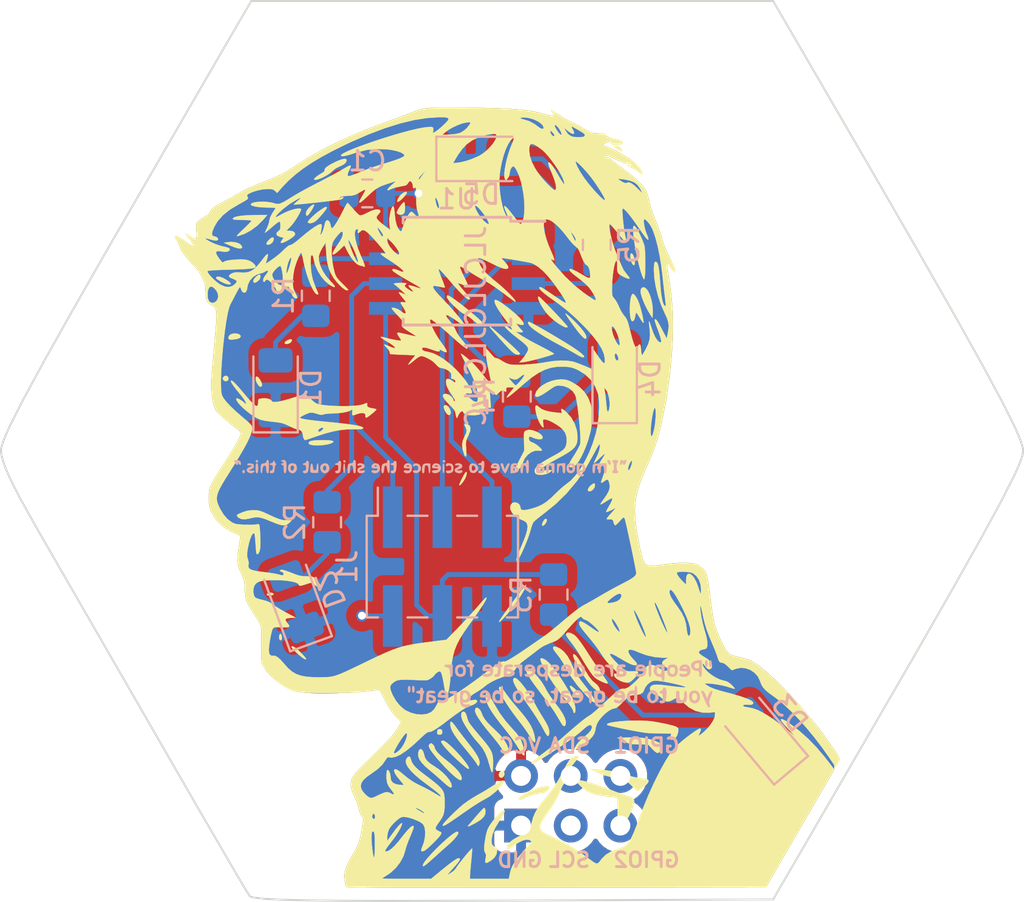
<source format=kicad_pcb>
(kicad_pcb (version 20171130) (host pcbnew "(5.1.5)-3")
  (layers (0 F.Cu signal hide) (31 B.Cu signal) (34 B.Paste user) (35 F.Paste user) (36 B.SilkS user) (37 F.SilkS user hide) (38 B.Mask user) (39 F.Mask user) (44 Edge.Cuts user))
  (net 0 "")
  (net 1 +3V3)
  (net 2 GND)
  (net 3 "Net-(D1-Pad2)")
  (net 4 "Net-(D3-Pad2)")
  (net 5 "Net-(D5-Pad2)")
  (net 6 MISO)
  (net 7 SCK)
  (net 8 MOSI)
  (net 9 RST)
  (net 10 PB3)
  (net 11 PB4)
  (net 12 "Net-(X1-Pad5)")
  (net 13 "Net-(X1-Pad6)")
  (net 14 "Net-(X1-Pad3)")
  (net 15 "Net-(X1-Pad4)")
  (net 16 "Net-(D2-Pad2)")
  (net 17 "Net-(D4-Pad2)")
  (module my-ki-cad-parts:Badgelife-SAOv169-SAO-2x3 (layer F.Cu) (at -0.4537 4.5393)
    (fp_text reference X1 hide)
    (fp_text value Badgelife_sao_connector_v169bis)
    (fp_text user VCC (at -2.54 -2.794 unlocked) (layer B.SilkS) (effects (font (size 0.75 0.75)) (justify mirror)))
    (fp_text user SDA (at 0 -2.794 unlocked) (layer B.SilkS) (effects (font (size 0.75 0.75)) (justify mirror)))
    (fp_text user GPIO1 (at 3.937 -2.794 unlocked) (layer B.SilkS) (effects (font (size 0.75 0.75)) (justify mirror)))
    (fp_text user GND (at -2.54 3.048 unlocked) (layer B.SilkS) (effects (font (size 0.75 0.75)) (justify mirror)))
    (fp_text user SCL (at 0 3.048) (layer B.SilkS) (effects (font (size 0.75 0.75)) (justify mirror)))
    (fp_text user GPIO2 (at 3.937 3.048) (layer B.SilkS) (effects (font (size 0.75 0.75)) (justify mirror)))
    (pad 5 thru_hole circle (at 2.6 -1.25 270) (size 1.7272 1.7272) (drill 1.016) (layers *.Cu *.Mask) (net 12 "Net-(X1-Pad5)"))
    (pad 6 thru_hole circle (at 2.6 1.29 270) (size 1.7272 1.7272) (drill 1.016) (layers *.Cu *.Mask) (net 13 "Net-(X1-Pad6)"))
    (pad 3 thru_hole oval (at 0.06 -1.25 270) (size 1.7272 1.7272) (drill 1.016) (layers *.Cu *.Mask) (net 14 "Net-(X1-Pad3)"))
    (pad 4 thru_hole oval (at 0.06 1.29 270) (size 1.7272 1.7272) (drill 1.016) (layers *.Cu *.Mask) (net 15 "Net-(X1-Pad4)"))
    (pad 1 thru_hole oval (at -2.48 -1.25 270) (size 1.7272 1.7272) (drill 1.016) (layers *.Cu *.Mask) (net 1 +3V3))
    (pad 2 thru_hole rect (at -2.48 1.29 270) (size 1.7272 1.7272) (drill 1.016) (layers *.Cu *.Mask) (net 2 GND))
  )
  (module LOGO (layer F.Cu) (at 0 0)
    (fp_text reference G*** hide)
    (fp_text value LOGO hide)
  )
  (module LOGO (layer F.Cu) (at 0 0)
    (fp_text reference G*** hide)
    (fp_text value LOGO hide)
  )
  (module LOGO (layer F.Cu) (at 0 0)
    (fp_text reference G*** hide)
    (fp_text value LOGO hide)
  )
  (module LOGO (layer F.Cu) (at 0 0)
    (fp_text reference G*** hide)
    (fp_text value LOGO hide)
  )
  (module LOGO (layer F.Cu) (at 0 0)
    (fp_text reference G*** hide)
    (fp_text value LOGO hide)
  )
  (module LOGO (layer F.Cu) (at 0 0)
    (fp_text reference G*** hide)
    (fp_text value LOGO hide)
  )
  (module Connector_PinHeader_2.54mm:PinHeader_2x03_P2.54mm_Vertical_SMD (layer B.Cu) (at -6.95984 -7.4168 270)
    (fp_text reference J1 (at 0 4.87 90) (layer B.SilkS) (effects (justify mirror)))
    (fp_text value ICSP)
    (pad 1 smd rect (at -2.525 2.54 270) (size 3.15 1) (layers B.Cu B.Paste B.Mask) (net 6 MISO))
    (pad 2 smd rect (at 2.525 2.54 270) (size 3.15 1) (layers B.Cu B.Paste B.Mask) (net 1 +3V3))
    (pad 3 smd rect (at -2.525 0 270) (size 3.15 1) (layers B.Cu B.Paste B.Mask) (net 7 SCK))
    (pad 4 smd rect (at 2.525 0 270) (size 3.15 1) (layers B.Cu B.Paste B.Mask) (net 8 MOSI))
    (pad 5 smd rect (at -2.525 -2.54 270) (size 3.15 1) (layers B.Cu B.Paste B.Mask) (net 9 RST))
    (pad 6 smd rect (at 2.525 -2.54 270) (size 3.15 1) (layers B.Cu B.Paste B.Mask) (net 2 GND))
  )
  (module Capacitor_SMD:C_0805_2012Metric (layer B.Cu) (at -10.797301 -26.504898 180)
    (fp_text reference C1 (at 0 1.65) (layer B.SilkS) (effects (justify mirror)))
    (fp_text value 100u)
    (pad 1 smd roundrect (at -0.9375 0 180) (size 0.975 1.4) (layers B.Cu B.Paste B.Mask) (net 1 +3V3))
    (pad 2 smd roundrect (at 0.9375 0 180) (size 0.975 1.4) (layers B.Cu B.Paste B.Mask) (net 2 GND))
  )
  (module LED_SMD:LED_1206_3216Metric (layer B.Cu) (at -15.48892 -16.56542 90)
    (fp_text reference D1 (at 0 1.82 90) (layer B.SilkS) (effects (justify mirror)))
    (fp_text value "LED RED")
    (pad 2 smd roundrect (at 1.4 0 90) (size 1.25 1.75) (layers B.Cu B.Paste B.Mask) (roundrect_rratio 0.2) (net 3 "Net-(D1-Pad2)"))
    (pad 1 smd roundrect (at -1.4 0 90) (size 1.25 1.75) (layers B.Cu B.Paste B.Mask) (roundrect_rratio 0.2) (net 2 GND))
  )
  (module LED_SMD:LED_1206_3216Metric (layer B.Cu) (at -14.456372 -5.61863 110)
    (fp_text reference D2 (at 0 1.82 110) (layer B.SilkS) (effects (justify mirror)))
    (fp_text value "LED Orange")
    (pad 1 smd roundrect (at -1.4 0 110) (size 1.25 1.75) (layers B.Cu B.Paste B.Mask) (roundrect_rratio 0.2) (net 2 GND))
    (pad 2 smd roundrect (at 1.4 0 110) (size 1.25 1.75) (layers B.Cu B.Paste B.Mask) (roundrect_rratio 0.2) (net 16 "Net-(D2-Pad2)"))
  )
  (module LED_SMD:LED_1206_3216Metric (layer B.Cu) (at 9.408903 1.250263 130)
    (fp_text reference D3 (at 0 1.82 130) (layer B.SilkS) (effects (justify mirror)))
    (fp_text value "LED Blue")
    (pad 1 smd roundrect (at -1.4 0 130) (size 1.25 1.75) (layers B.Cu B.Paste B.Mask) (roundrect_rratio 0.2) (net 2 GND))
    (pad 2 smd roundrect (at 1.4 0 130) (size 1.25 1.75) (layers B.Cu B.Paste B.Mask) (roundrect_rratio 0.2) (net 4 "Net-(D3-Pad2)"))
  )
  (module LED_SMD:LED_1206_3216Metric (layer B.Cu) (at 1.8542 -17.0404 90)
    (fp_text reference D4 (at 0 1.82 90) (layer B.SilkS) (effects (justify mirror)))
    (fp_text value "LED RED")
    (pad 2 smd roundrect (at 1.4 0 90) (size 1.25 1.75) (layers B.Cu B.Paste B.Mask) (roundrect_rratio 0.2) (net 17 "Net-(D4-Pad2)"))
    (pad 1 smd roundrect (at -1.4 0 90) (size 1.25 1.75) (layers B.Cu B.Paste B.Mask) (roundrect_rratio 0.2) (net 2 GND))
  )
  (module LED_SMD:LED_1206_3216Metric (layer B.Cu) (at -4.9814 -28.2702)
    (fp_text reference D5 (at 0 1.82) (layer B.SilkS) (effects (justify mirror)))
    (fp_text value "LED Yellow")
    (pad 1 smd roundrect (at -1.4 0) (size 1.25 1.75) (layers B.Cu B.Paste B.Mask) (roundrect_rratio 0.2) (net 2 GND))
    (pad 2 smd roundrect (at 1.4 0) (size 1.25 1.75) (layers B.Cu B.Paste B.Mask) (roundrect_rratio 0.2) (net 5 "Net-(D5-Pad2)"))
  )
  (module Resistor_SMD:R_0805_2012Metric_Pad1.15x1.40mm_HandSolder (layer B.Cu) (at -13.43406 -21.268796 270)
    (fp_text reference R1 (at 0 1.65 90) (layer B.SilkS) (effects (justify mirror)))
    (fp_text value R)
    (pad 1 smd roundrect (at -1.025 0 270) (size 1.15 1.4) (layers B.Cu B.Paste B.Mask) (roundrect_rratio 0.217391) (net 7 SCK))
    (pad 2 smd roundrect (at 1.025 0 270) (size 1.15 1.4) (layers B.Cu B.Paste B.Mask) (roundrect_rratio 0.217391) (net 3 "Net-(D1-Pad2)"))
  )
  (module Resistor_SMD:R_0805_2012Metric_Pad1.15x1.40mm_HandSolder (layer B.Cu) (at -12.8524 -9.6864 270)
    (fp_text reference R2 (at 0 1.65 90) (layer B.SilkS) (effects (justify mirror)))
    (fp_text value R)
    (pad 1 smd roundrect (at -1.025 0 270) (size 1.15 1.4) (layers B.Cu B.Paste B.Mask) (roundrect_rratio 0.217391) (net 6 MISO))
    (pad 2 smd roundrect (at 1.025 0 270) (size 1.15 1.4) (layers B.Cu B.Paste B.Mask) (roundrect_rratio 0.217391) (net 16 "Net-(D2-Pad2)"))
  )
  (module Resistor_SMD:R_0805_2012Metric_Pad1.15x1.40mm_HandSolder (layer B.Cu) (at -1.27 -5.985404 270)
    (fp_text reference R3 (at 0 1.65 90) (layer B.SilkS) (effects (justify mirror)))
    (fp_text value R)
    (pad 1 smd roundrect (at -1.025 0 270) (size 1.15 1.4) (layers B.Cu B.Paste B.Mask) (roundrect_rratio 0.217391) (net 8 MOSI))
    (pad 2 smd roundrect (at 1.025 0 270) (size 1.15 1.4) (layers B.Cu B.Paste B.Mask) (roundrect_rratio 0.217391) (net 4 "Net-(D3-Pad2)"))
  )
  (module Resistor_SMD:R_0805_2012Metric_Pad1.15x1.40mm_HandSolder (layer B.Cu) (at -3.1496 -16.112596 270)
    (fp_text reference R4 (at 0 1.65 90) (layer B.SilkS) (effects (justify mirror)))
    (fp_text value R)
    (pad 2 smd roundrect (at 1.025 0 270) (size 1.15 1.4) (layers B.Cu B.Paste B.Mask) (roundrect_rratio 0.217391) (net 17 "Net-(D4-Pad2)"))
    (pad 1 smd roundrect (at -1.025 0 270) (size 1.15 1.4) (layers B.Cu B.Paste B.Mask) (roundrect_rratio 0.217391) (net 10 PB3))
  )
  (module Resistor_SMD:R_0805_2012Metric_Pad1.15x1.40mm_HandSolder (layer B.Cu) (at 0.9398 -23.87484 90)
    (fp_text reference R5 (at 0 1.65 90) (layer B.SilkS) (effects (justify mirror)))
    (fp_text value R)
    (pad 2 smd roundrect (at 1.025 0 90) (size 1.15 1.4) (layers B.Cu B.Paste B.Mask) (roundrect_rratio 0.217391) (net 5 "Net-(D5-Pad2)"))
    (pad 1 smd roundrect (at -1.025 0 90) (size 1.15 1.4) (layers B.Cu B.Paste B.Mask) (roundrect_rratio 0.217391) (net 11 PB4))
  )
  (module Package_SO:SOIJ-8_5.3x5.3mm_P1.27mm (layer B.Cu) (at -6.21284 -22.5298 180)
    (fp_text reference U1 (at 0 3.68) (layer B.SilkS) (effects (justify mirror)))
    (fp_text value ATtiny85V-10PU)
    (pad 1 smd rect (at -3.65 1.905 180) (size 1.7 0.65) (layers B.Cu B.Paste B.Mask) (net 9 RST))
    (pad 2 smd rect (at -3.65 0.635 180) (size 1.7 0.65) (layers B.Cu B.Paste B.Mask) (net 10 PB3))
    (pad 3 smd rect (at -3.65 -0.635 180) (size 1.7 0.65) (layers B.Cu B.Paste B.Mask) (net 11 PB4))
    (pad 4 smd rect (at -3.65 -1.905 180) (size 1.7 0.65) (layers B.Cu B.Paste B.Mask) (net 2 GND))
    (pad 5 smd rect (at 3.65 -1.905 180) (size 1.7 0.65) (layers B.Cu B.Paste B.Mask) (net 8 MOSI))
    (pad 6 smd rect (at 3.65 -0.635 180) (size 1.7 0.65) (layers B.Cu B.Paste B.Mask) (net 6 MISO))
    (pad 7 smd rect (at 3.65 0.635 180) (size 1.7 0.65) (layers B.Cu B.Paste B.Mask) (net 7 SCK))
    (pad 8 smd rect (at 3.65 1.905 180) (size 1.7 0.65) (layers B.Cu B.Paste B.Mask) (net 1 +3V3))
  )
  (gr_text JLCJLCJLCJLC (at -5.24764 -19.71548 90) (layer B.SilkS) (effects (font (size 1 1)) (justify mirror)))
  (gr_line (start -16.812745 9.430547) (end -17.009265 9.121598) (layer Edge.Cuts) (width 0.1))
  (gr_line (start -17.009265 9.121598) (end -17.470984 8.345812) (layer Edge.Cuts) (width 0.1))
  (gr_line (start -17.470984 8.345812) (end -19.328114 5.155176) (layer Edge.Cuts) (width 0.1))
  (gr_line (start -19.328114 5.155176) (end -27.743823 -9.452234) (layer Edge.Cuts) (width 0.1))
  (gr_line (start -27.743823 -9.452234) (end -28.558845 -10.914621) (layer Edge.Cuts) (width 0.1))
  (gr_line (start -28.558845 -10.914621) (end -28.867968 -11.51029) (layer Edge.Cuts) (width 0.1))
  (gr_line (start -28.867968 -11.51029) (end -29.114999 -12.023254) (layer Edge.Cuts) (width 0.1))
  (gr_line (start -29.114999 -12.023254) (end -29.302564 -12.459246) (layer Edge.Cuts) (width 0.1))
  (gr_line (start -29.302564 -12.459246) (end -29.433288 -12.823998) (layer Edge.Cuts) (width 0.1))
  (gr_line (start -29.433288 -12.823998) (end -29.509798 -13.123242) (layer Edge.Cuts) (width 0.1))
  (gr_line (start -29.509798 -13.123242) (end -29.534718 -13.362712) (layer Edge.Cuts) (width 0.1))
  (gr_line (start -29.534718 -13.362712) (end -29.508708 -13.544219) (layer Edge.Cuts) (width 0.1))
  (gr_line (start -29.508708 -13.544219) (end -29.426348 -13.809744) (layer Edge.Cuts) (width 0.1))
  (gr_line (start -29.426348 -13.809744) (end -29.281125 -14.17107) (layer Edge.Cuts) (width 0.1))
  (gr_line (start -29.281125 -14.17107) (end -29.066523 -14.639982) (layer Edge.Cuts) (width 0.1))
  (gr_line (start -29.066523 -14.639982) (end -28.40313 -15.947693) (layer Edge.Cuts) (width 0.1))
  (gr_line (start -28.40313 -15.947693) (end -27.384061 -17.827144) (layer Edge.Cuts) (width 0.1))
  (gr_line (start -27.384061 -17.827144) (end -25.95721 -20.3726) (layer Edge.Cuts) (width 0.1))
  (gr_line (start -25.95721 -20.3726) (end -24.07047 -23.678328) (layer Edge.Cuts) (width 0.1))
  (gr_line (start -24.07047 -23.678328) (end -18.708897 -32.947665) (layer Edge.Cuts) (width 0.1))
  (gr_line (start -18.708897 -32.947665) (end -16.733804 -36.347146) (layer Edge.Cuts) (width 0.1))
  (gr_line (start -16.733804 -36.347146) (end -3.388058 -36.347146) (layer Edge.Cuts) (width 0.1))
  (gr_line (start -3.388058 -36.347146) (end 9.957688 -36.347146) (layer Edge.Cuts) (width 0.1))
  (gr_line (start 9.957688 -36.347146) (end 12.275615 -32.361548) (layer Edge.Cuts) (width 0.1))
  (gr_line (start 12.275615 -32.361548) (end 15.104895 -27.485994) (layer Edge.Cuts) (width 0.1))
  (gr_line (start 15.104895 -27.485994) (end 17.407934 -23.490912) (layer Edge.Cuts) (width 0.1))
  (gr_line (start 17.407934 -23.490912) (end 19.23066 -20.292867) (layer Edge.Cuts) (width 0.1))
  (gr_line (start 19.23066 -20.292867) (end 20.618997 -17.808426) (layer Edge.Cuts) (width 0.1))
  (gr_line (start 20.618997 -17.808426) (end 21.61887 -15.954155) (layer Edge.Cuts) (width 0.1))
  (gr_line (start 21.61887 -15.954155) (end 22.276205 -14.646623) (layer Edge.Cuts) (width 0.1))
  (gr_line (start 22.276205 -14.646623) (end 22.490773 -14.17181) (layer Edge.Cuts) (width 0.1))
  (gr_line (start 22.490773 -14.17181) (end 22.636928 -13.802393) (layer Edge.Cuts) (width 0.1))
  (gr_line (start 22.636928 -13.802393) (end 22.720408 -13.527945) (layer Edge.Cuts) (width 0.1))
  (gr_line (start 22.720408 -13.527945) (end 22.746958 -13.338034) (layer Edge.Cuts) (width 0.1))
  (gr_line (start 22.746958 -13.338034) (end 22.722518 -13.155839) (layer Edge.Cuts) (width 0.1))
  (gr_line (start 22.722518 -13.155839) (end 22.643968 -12.894426) (layer Edge.Cuts) (width 0.1))
  (gr_line (start 22.643968 -12.894426) (end 22.503434 -12.539612) (layer Edge.Cuts) (width 0.1))
  (gr_line (start 22.503434 -12.539612) (end 22.293061 -12.077215) (layer Edge.Cuts) (width 0.1))
  (gr_line (start 22.293061 -12.077215) (end 21.63135 -10.772942) (layer Edge.Cuts) (width 0.1))
  (gr_line (start 21.63135 -10.772942) (end 20.595942 -8.868144) (layer Edge.Cuts) (width 0.1))
  (gr_line (start 20.595942 -8.868144) (end 19.123947 -6.249358) (layer Edge.Cuts) (width 0.1))
  (gr_line (start 19.123947 -6.249358) (end 17.152473 -2.803123) (layer Edge.Cuts) (width 0.1))
  (gr_line (start 17.152473 -2.803123) (end 11.459525 7.025542) (layer Edge.Cuts) (width 0.1))
  (gr_line (start 11.459525 7.025542) (end 9.959918 9.604453) (layer Edge.Cuts) (width 0.1))
  (gr_line (start 9.959918 9.604453) (end -3.3098 9.664973) (layer Edge.Cuts) (width 0.1))
  (gr_line (start -3.3098 9.664973) (end -9.798322 9.681043) (layer Edge.Cuts) (width 0.1))
  (gr_line (start -9.798322 9.681043) (end -12.121845 9.672843) (layer Edge.Cuts) (width 0.1))
  (gr_line (start -12.121845 9.672843) (end -13.907565 9.652533) (layer Edge.Cuts) (width 0.1))
  (gr_line (start -13.907565 9.652533) (end -15.212498 9.619123) (layer Edge.Cuts) (width 0.1))
  (gr_line (start -15.212498 9.619123) (end -16.093661 9.571633) (layer Edge.Cuts) (width 0.1))
  (gr_line (start -16.093661 9.571633) (end -16.60807 9.509093) (layer Edge.Cuts) (width 0.1))
  (gr_line (start -16.60807 9.509093) (end -16.745559 9.471873) (layer Edge.Cuts) (width 0.1))
  (gr_line (start -16.745559 9.471873) (end -16.812739 9.430523) (layer Edge.Cuts) (width 0.1))
  (gr_line (start -16.812739 9.430523) (end -16.812739 9.430541) (layer Edge.Cuts) (width 0.1))
  (gr_line (start -16.812739 9.430541) (end -16.812745 9.430547) (layer Edge.Cuts) (width 0.1))
  (segment (start -11.05638 -4.8918) (end -11.07186 -4.90728) (width 0.25) (layer B.Cu) (net 1))
  (segment (start -9.49984 -4.8918) (end -11.05638 -4.8918) (width 0.25) (layer B.Cu) (net 1))
  (via (at -11.07186 -4.90728) (size 0.6) (drill 0.4) (layers F.Cu B.Cu) (net 1))
  (segment (start -9.82084 -26.465937) (end -9.859801 -26.504898) (width 0.25) (layer B.Cu) (net 1))
  (via (at -8.1788 -26.5049) (size 0.6) (drill 0.4) (layers F.Cu B.Cu) (net 1))
  (segment (start -9.859801 -26.504898) (end -8.178802 -26.504898) (width 0.25) (layer B.Cu) (net 1))
  (segment (start -8.178802 -26.504898) (end -8.1788 -26.5049) (width 0.25) (layer B.Cu) (net 1))
  (segment (start -9.859801 -24.437839) (end -9.86284 -24.4348) (width 0.25) (layer B.Cu) (net 1))
  (segment (start -9.859801 -26.504898) (end -9.859801 -24.437839) (width 0.25) (layer B.Cu) (net 1))
  (segment (start -15.48892 -18.59042) (end -15.48892 -17.96542) (width 0.25) (layer B.Cu) (net 3))
  (segment (start -15.48892 -18.888936) (end -15.48892 -18.59042) (width 0.25) (layer B.Cu) (net 3))
  (segment (start -14.13406 -20.243796) (end -15.48892 -18.888936) (width 0.25) (layer B.Cu) (net 3))
  (segment (start -13.43406 -20.243796) (end -14.13406 -20.243796) (width 0.25) (layer B.Cu) (net 3))
  (segment (start -1.27 -4.385404) (end -1.27 -4.960404) (width 0.25) (layer B.Cu) (net 4))
  (segment (start 3.293205 0.177801) (end -1.27 -4.385404) (width 0.25) (layer B.Cu) (net 4))
  (segment (start 8.509 0.177801) (end 3.293205 0.177801) (width 0.25) (layer B.Cu) (net 4))
  (segment (start 0.9398 -25.47484) (end -1.85556 -28.2702) (width 0.25) (layer B.Cu) (net 5))
  (segment (start -2.9564 -28.2702) (end -3.5814 -28.2702) (width 0.25) (layer B.Cu) (net 5))
  (segment (start -1.85556 -28.2702) (end -2.9564 -28.2702) (width 0.25) (layer B.Cu) (net 5))
  (segment (start 0.9398 -24.89984) (end 0.9398 -25.47484) (width 0.25) (layer B.Cu) (net 5))
  (segment (start -11.59764 -14.8082) (end -9.49984 -12.7104) (width 0.25) (layer B.Cu) (net 6))
  (segment (start -9.49984 -12.7104) (end -9.49984 -9.9418) (width 0.25) (layer B.Cu) (net 6))
  (segment (start -11.59764 -12.54116) (end -11.59764 -14.8082) (width 0.25) (layer B.Cu) (net 6))
  (segment (start -12.8524 -11.2864) (end -11.59764 -12.54116) (width 0.25) (layer B.Cu) (net 6))
  (segment (start -12.8524 -10.7114) (end -12.8524 -11.2864) (width 0.25) (layer B.Cu) (net 6))
  (segment (start -10.96284 -21.8948) (end -9.86284 -21.8948) (width 0.25) (layer B.Cu) (net 6))
  (segment (start -11.59764 -21.26) (end -10.96284 -21.8948) (width 0.25) (layer B.Cu) (net 6))
  (segment (start -11.59764 -14.8082) (end -11.59764 -21.26) (width 0.25) (layer B.Cu) (net 6))
  (segment (start -13.431736 -22.29612) (end -13.43406 -22.293796) (width 0.25) (layer B.Cu) (net 7))
  (segment (start -13.43406 -22.868796) (end -13.43406 -22.293796) (width 0.25) (layer B.Cu) (net 7))
  (segment (start -13.138056 -23.1648) (end -13.43406 -22.868796) (width 0.25) (layer B.Cu) (net 7))
  (segment (start -9.86284 -23.1648) (end -13.138056 -23.1648) (width 0.25) (layer B.Cu) (net 7))
  (segment (start -6.95984 -11.7668) (end -6.95984 -9.9418) (width 0.25) (layer B.Cu) (net 7))
  (segment (start -6.95984 -21.3618) (end -6.95984 -11.7668) (width 0.25) (layer B.Cu) (net 7))
  (segment (start -8.76284 -23.1648) (end -6.95984 -21.3618) (width 0.25) (layer B.Cu) (net 7))
  (segment (start -9.86284 -23.1648) (end -8.76284 -23.1648) (width 0.25) (layer B.Cu) (net 7))
  (segment (start -8.27532 -12.446) (end -8.27532 -5.45728) (width 0.25) (layer B.Cu) (net 8))
  (segment (start -8.27532 -5.45728) (end -7.70984 -4.8918) (width 0.25) (layer B.Cu) (net 8))
  (segment (start -7.70984 -4.8918) (end -6.95984 -4.8918) (width 0.25) (layer B.Cu) (net 8))
  (segment (start -1.97 -7.010404) (end -1.27 -7.010404) (width 0.25) (layer B.Cu) (net 8))
  (segment (start -6.666236 -7.010404) (end -1.97 -7.010404) (width 0.25) (layer B.Cu) (net 8))
  (segment (start -6.95984 -6.7168) (end -6.666236 -7.010404) (width 0.25) (layer B.Cu) (net 8))
  (segment (start -6.95984 -4.8918) (end -6.95984 -6.7168) (width 0.25) (layer B.Cu) (net 8))
  (segment (start -9.86284 -14.03352) (end -9.86284 -20.6248) (width 0.25) (layer B.Cu) (net 8))
  (segment (start -8.27532 -12.446) (end -9.86284 -14.03352) (width 0.25) (layer B.Cu) (net 8))
  (segment (start -4.41984 -11.7668) (end -6.50983 -13.85679) (width 0.25) (layer B.Cu) (net 9))
  (segment (start -4.41984 -9.9418) (end -4.41984 -11.7668) (width 0.25) (layer B.Cu) (net 9))
  (segment (start -3.66284 -24.4348) (end -2.56284 -24.4348) (width 0.25) (layer B.Cu) (net 9))
  (segment (start -6.50983 -21.58781) (end -3.66284 -24.4348) (width 0.25) (layer B.Cu) (net 9))
  (segment (start -6.50983 -13.85679) (end -6.50983 -21.58781) (width 0.25) (layer B.Cu) (net 9))
  (segment (start -3.66284 -23.1648) (end -2.56284 -23.1648) (width 0.25) (layer B.Cu) (net 10))
  (segment (start -6.015841 -20.811799) (end -3.66284 -23.1648) (width 0.25) (layer B.Cu) (net 10))
  (segment (start -6.015841 -19.146119) (end -6.015841 -20.811799) (width 0.25) (layer B.Cu) (net 10))
  (segment (start -4.007318 -17.137596) (end -6.015841 -19.146119) (width 0.25) (layer B.Cu) (net 10))
  (segment (start -3.1496 -17.137596) (end -4.007318 -17.137596) (width 0.25) (layer B.Cu) (net 10))
  (segment (start 0.9398 -22.27484) (end 0.9398 -22.84984) (width 0.25) (layer B.Cu) (net 11))
  (segment (start 0.55976 -21.8948) (end 0.9398 -22.27484) (width 0.25) (layer B.Cu) (net 11))
  (segment (start -2.56284 -21.8948) (end 0.55976 -21.8948) (width 0.25) (layer B.Cu) (net 11))
  (segment (start -14.0046 -6.9342) (end -14.9352 -6.9342) (width 0.25) (layer B.Cu) (net 16))
  (segment (start -12.8524 -8.0864) (end -14.0046 -6.9342) (width 0.25) (layer B.Cu) (net 16))
  (segment (start -12.8524 -8.6614) (end -12.8524 -8.0864) (width 0.25) (layer B.Cu) (net 16))
  (segment (start -0.873604 -15.087596) (end 1.8542 -17.8154) (width 0.25) (layer B.Cu) (net 17))
  (segment (start 1.8542 -17.8154) (end 1.8542 -18.4404) (width 0.25) (layer B.Cu) (net 17))
  (segment (start -3.1496 -15.087596) (end -0.873604 -15.087596) (width 0.25) (layer B.Cu) (net 17))
  (zone (net 2) (net_name GND) (layer B.Cu) (connect_pads (clearance 0.508)) (min_thickness 0.254) (fill yes (arc_segments 32) (thermal_gap 0.508) (thermal_bridge_width 0.508))
    (polygon (pts (xy -6.228488 -30.897071) (xy -5.741005 -30.89171) (xy -5.609166 -30.889997) (xy -4.971768 -30.879771) (xy -4.411734 -30.866717) (xy -3.921788 -30.850243) (xy -3.494659 -30.829758) (xy -3.123071 -30.804671) (xy -2.799751 -30.774391) (xy -2.517425 -30.738327) (xy -2.268819 -30.695888) (xy -2.04666 -30.646483) (xy -1.843673 -30.589522) (xy -1.820333 -30.582175) (xy -1.607434 -30.521692) (xy -1.437451 -30.488023) (xy -1.32164 -30.482558) (xy -1.271253 -30.506685) (xy -1.27 -30.514242) (xy -1.293111 -30.571391) (xy -1.332153 -30.630659) (xy -1.388531 -30.724071) (xy -1.384503 -30.771741) (xy -1.36525 -30.776257) (xy -1.319872 -30.752335) (xy -1.22339 -30.687999) (xy -1.091936 -30.594289) (xy -0.999048 -30.525608) (xy -0.822954 -30.403573) (xy -0.638914 -30.292118) (xy -0.477398 -30.209181) (xy -0.425084 -30.187703) (xy -0.278726 -30.124966) (xy -0.093243 -30.032313) (xy 0.099518 -29.925994) (xy 0.171798 -29.883116) (xy 0.376878 -29.760136) (xy 0.530742 -29.675188) (xy 0.653785 -29.621134) (xy 0.766401 -29.590834) (xy 0.888983 -29.577148) (xy 1.041927 -29.572939) (xy 1.058334 -29.572776) (xy 1.234322 -29.566338) (xy 1.334192 -29.55008) (xy 1.366075 -29.522557) (xy 1.365671 -29.51818) (xy 1.378428 -29.469226) (xy 1.443992 -29.423011) (xy 1.572622 -29.374561) (xy 1.774579 -29.318904) (xy 1.77899 -29.317795) (xy 2.0092 -29.255687) (xy 2.164515 -29.202743) (xy 2.253722 -29.155249) (xy 2.285607 -29.109494) (xy 2.286 -29.10356) (xy 2.261139 -29.050055) (xy 2.179636 -29.016749) (xy 2.031106 -29.000781) (xy 1.904036 -28.998333) (xy 1.736645 -29.007711) (xy 1.644087 -29.034656) (xy 1.629476 -29.077387) (xy 1.68186 -29.125549) (xy 1.719897 -29.155703) (xy 1.690088 -29.160731) (xy 1.623754 -29.151277) (xy 1.48808 -29.117955) (xy 1.348669 -29.06875) (xy 1.348587 -29.068716) (xy 1.2065 -29.00818) (xy 1.418167 -28.915057) (xy 1.915742 -28.683217) (xy 2.332333 -28.460666) (xy 2.670863 -28.245392) (xy 2.934258 -28.035385) (xy 3.125442 -27.828635) (xy 3.223375 -27.674157) (xy 3.281324 -27.54303) (xy 3.287135 -27.477586) (xy 3.23993 -27.477397) (xy 3.138828 -27.542034) (xy 3.067877 -27.598456) (xy 2.929252 -27.699296) (xy 2.788134 -27.780069) (xy 2.700538 -27.815144) (xy 2.57477 -27.862477) (xy 2.507015 -27.916218) (xy 2.50985 -27.966262) (xy 2.510969 -27.967413) (xy 2.560236 -27.96689) (xy 2.621041 -27.94194) (xy 2.690797 -27.918828) (xy 2.709334 -27.936012) (xy 2.680942 -27.991624) (xy 2.588622 -28.026549) (xy 2.451952 -28.0433) (xy 2.333365 -28.069051) (xy 2.165125 -28.128215) (xy 1.970978 -28.212003) (xy 1.888841 -28.251714) (xy 1.696099 -28.346895) (xy 1.56384 -28.407059) (xy 1.477203 -28.435809) (xy 1.421329 -28.436753) (xy 1.381355 -28.413494) (xy 1.352458 -28.381838) (xy 1.323605 -28.337435) (xy 1.355438 -28.331731) (xy 1.411066 -28.344167) (xy 1.49609 -28.350006) (xy 1.581168 -28.312429) (xy 1.683042 -28.229751) (xy 1.775568 -28.152702) (xy 1.919627 -28.040327) (xy 2.097556 -27.90609) (xy 2.291691 -27.763456) (xy 2.3495 -27.721724) (xy 2.688265 -27.463924) (xy 2.980367 -27.212425) (xy 3.217536 -26.975254) (xy 3.391502 -26.760444) (xy 3.466499 -26.637143) (xy 3.519647 -26.50422) (xy 3.572487 -26.325121) (xy 3.61393 -26.137647) (xy 3.615283 -26.129997) (xy 3.65971 -25.942797) (xy 3.736149 -25.696315) (xy 3.839062 -25.40715) (xy 3.956652 -25.107174) (xy 4.05517 -24.858159) (xy 4.14605 -24.613737) (xy 4.22232 -24.393772) (xy 4.277005 -24.21813) (xy 4.298438 -24.133507) (xy 4.351015 -23.952671) (xy 4.443882 -23.714406) (xy 4.571426 -23.432426) (xy 4.655081 -23.262166) (xy 4.759146 -23.050798) (xy 4.848796 -22.859153) (xy 4.917039 -22.702933) (xy 4.956883 -22.597839) (xy 4.964084 -22.568333) (xy 4.958915 -22.475899) (xy 4.920458 -22.456706) (xy 4.853128 -22.508187) (xy 4.761344 -22.627773) (xy 4.702948 -22.720128) (xy 4.627162 -22.84239) (xy 4.574269 -22.913561) (xy 4.54312 -22.92832) (xy 4.532562 -22.881342) (xy 4.541444 -22.767307) (xy 4.568615 -22.580891) (xy 4.612922 -22.316772) (xy 4.614146 -22.309666) (xy 4.714042 -21.653862) (xy 4.784523 -21.007344) (xy 4.825756 -20.355963) (xy 4.837905 -19.685569) (xy 4.821136 -18.982013) (xy 4.775616 -18.231145) (xy 4.701508 -17.418817) (xy 4.674298 -17.166166) (xy 4.506731 -15.9872) (xy 4.26333 -14.789635) (xy 4.212713 -14.576988) (xy 4.130106 -14.248301) (xy 4.050373 -13.959405) (xy 3.966692 -13.690964) (xy 3.872239 -13.423639) (xy 3.760194 -13.138092) (xy 3.623734 -12.814985) (xy 3.460966 -12.446) (xy 3.266259 -11.989117) (xy 3.113819 -11.575983) (xy 3.002138 -11.191075) (xy 2.929708 -10.818867) (xy 2.895024 -10.443833) (xy 2.896577 -10.05045) (xy 2.932861 -9.623191) (xy 3.002368 -9.146533) (xy 3.093139 -8.657166) (xy 3.161217 -8.326292) (xy 3.220082 -8.068615) (xy 3.273167 -7.873615) (xy 3.323905 -7.730775) (xy 3.37573 -7.629574) (xy 3.432075 -7.559492) (xy 3.4591 -7.53587) (xy 3.526985 -7.492767) (xy 3.609033 -7.465956) (xy 3.718303 -7.455424) (xy 3.867857 -7.461158) (xy 4.070755 -7.483144) (xy 4.340057 -7.521368) (xy 4.428526 -7.534885) (xy 4.818231 -7.584671) (xy 5.185815 -7.611717) (xy 5.516238 -7.615804) (xy 5.794463 -7.596713) (xy 5.994221 -7.55766) (xy 6.208361 -7.455177) (xy 6.396253 -7.293631) (xy 6.514248 -7.125376) (xy 6.563158 -6.991678) (xy 6.613514 -6.77802) (xy 6.665527 -6.483215) (xy 6.719408 -6.10608) (xy 6.772264 -5.672666) (xy 6.808101 -5.388667) (xy 6.850357 -5.100711) (xy 6.895137 -4.832554) (xy 6.938548 -4.607953) (xy 6.966565 -4.487333) (xy 7.034546 -4.264118) (xy 7.125759 -4.018115) (xy 7.232548 -3.765179) (xy 7.347261 -3.521161) (xy 7.462242 -3.301914) (xy 7.569839 -3.123291) (xy 7.662395 -3.001143) (xy 7.70122 -2.965788) (xy 7.799023 -2.9167) (xy 7.953374 -2.861757) (xy 8.137476 -2.809991) (xy 8.221214 -2.790502) (xy 8.419391 -2.742273) (xy 8.609009 -2.687088) (xy 8.758725 -2.634369) (xy 8.798862 -2.616834) (xy 9.036425 -2.479973) (xy 9.315723 -2.279662) (xy 9.63046 -2.022174) (xy 9.974337 -1.713781) (xy 10.341055 -1.360756) (xy 10.724317 -0.969372) (xy 11.117824 -0.5459) (xy 11.515278 -0.096614) (xy 11.910382 0.372215) (xy 12.296836 0.854314) (xy 12.340318 0.910167) (xy 12.469127 1.079388) (xy 12.613787 1.274787) (xy 12.76605 1.484608) (xy 12.917667 1.697091) (xy 13.060388 1.900478) (xy 13.185964 2.083013) (xy 13.286145 2.232936) (xy 13.352681 2.338491) (xy 13.377325 2.387918) (xy 13.377334 2.388235) (xy 13.340073 2.404613) (xy 13.248468 2.412789) (xy 13.229167 2.413) (xy 13.081 2.413) (xy 13.079741 2.69875) (xy 13.078483 2.9845) (xy 11.333133 5.990167) (xy 9.587784 8.995834) (xy -1.134072 9.006499) (xy -2.298734 9.007585) (xy -3.381367 9.008433) (xy -4.384607 9.009035) (xy -5.311092 9.00938) (xy -6.163459 9.009456) (xy -6.944344 9.009255) (xy -7.656385 9.008764) (xy -8.302219 9.007975) (xy -8.884482 9.006877) (xy -9.405812 9.005458) (xy -9.868845 9.00371) (xy -10.276219 9.001621) (xy -10.63057 8.999181) (xy -10.934536 8.99638) (xy -11.190754 8.993207) (xy -11.40186 8.989651) (xy -11.570492 8.985704) (xy -11.699286 8.981353) (xy -11.79088 8.976589) (xy -11.84791 8.971402) (xy -11.873014 8.96578) (xy -11.874668 8.964166) (xy -11.911794 8.830977) (xy -11.946734 8.661014) (xy -11.971714 8.496427) (xy -11.979298 8.397043) (xy -11.952467 8.190187) (xy -11.873534 7.9388) (xy -11.749014 7.659442) (xy -11.585423 7.368673) (xy -11.557 7.323667) (xy -11.41256 7.08433) (xy -11.301998 6.862613) (xy -11.217015 6.634972) (xy -11.149312 6.377861) (xy -11.090592 6.067738) (xy -11.071014 5.944841) (xy -10.998916 5.476181) (xy -11.102429 5.323647) (xy -11.175093 5.180328) (xy -11.225857 5.015615) (xy -11.232467 4.97759) (xy -11.261431 4.85826) (xy -11.318768 4.688425) (xy -11.395343 4.493486) (xy -11.458132 4.34995) (xy -11.565351 4.098003) (xy -11.63173 3.884515) (xy -11.65347 3.696554) (xy -11.626772 3.521187) (xy -11.547839 3.345483) (xy -11.412872 3.156508) (xy -11.218072 2.941329) (xy -10.973648 2.700395) (xy -10.600431 2.34122) (xy -10.284753 2.032191) (xy -10.020884 1.767188) (xy -9.803097 1.54009) (xy -9.625663 1.344777) (xy -9.482855 1.17513) (xy -9.368943 1.025029) (xy -9.279255 0.890067) (xy -9.06255 0.537933) (xy -9.355299 0.22446) (xy -9.503119 0.0561) (xy -9.629166 -0.113826) (xy -9.749448 -0.309547) (xy -9.87997 -0.555294) (xy -9.910066 -0.615297) (xy -10.016905 -0.826697) (xy -10.095589 -0.972267) (xy -10.153711 -1.062927) (xy -10.198862 -1.109596) (xy -10.238635 -1.123195) (xy -10.261291 -1.120458) (xy -10.542096 -1.067073) (xy -10.895271 -1.023067) (xy -11.32383 -0.988193) (xy -11.830787 -0.962202) (xy -12.3825 -0.945626) (xy -12.891407 -0.937858) (xy -13.324451 -0.938876) (xy -13.690039 -0.949258) (xy -13.996576 -0.969582) (xy -14.252467 -1.000426) (xy -14.466119 -1.042368) (xy -14.645937 -1.095987) (xy -14.663771 -1.102533) (xy -14.94832 -1.235813) (xy -15.241161 -1.420109) (xy -15.52435 -1.64013) (xy -15.779945 -1.880583) (xy -15.99 -2.126176) (xy -16.13331 -2.354926) (xy -16.169089 -2.431402) (xy -16.195036 -2.503411) (xy -16.212466 -2.585506) (xy -16.222695 -2.69224) (xy -16.227038 -2.838166) (xy -16.226811 -3.037838) (xy -16.223329 -3.305808) (xy -16.222739 -3.344333) (xy -16.220203 -3.607275) (xy -16.220633 -3.853486) (xy -16.223785 -4.065408) (xy -16.229415 -4.225484) (xy -16.236121 -4.308788) (xy -16.266871 -4.421155) (xy -16.335074 -4.568021) (xy -16.446227 -4.759803) (xy -16.599708 -4.997738) (xy -16.764508 -5.25072) (xy -16.885146 -5.453371) (xy -16.9683 -5.623062) (xy -17.020648 -5.777164) (xy -17.048868 -5.93305) (xy -17.059637 -6.10809) (xy -17.060569 -6.196572) (xy -17.068742 -6.444562) (xy -17.098165 -6.652561) (xy -17.156767 -6.853264) (xy -17.252478 -7.079365) (xy -17.297391 -7.172959) (xy -17.358592 -7.307019) (xy -17.40331 -7.433837) (xy -17.431529 -7.56554) (xy -17.443234 -7.714257) (xy -17.438409 -7.892115) (xy -17.417038 -8.11124) (xy -17.379105 -8.383762) (xy -17.324595 -8.721807) (xy -17.295144 -8.895656) (xy -17.291609 -8.959762) (xy -17.319135 -9.00539) (xy -17.39473 -9.047659) (xy -17.521058 -9.096466) (xy -17.902372 -9.275842) (xy -18.240339 -9.516153) (xy -18.523504 -9.807312) (xy -18.740414 -10.139228) (xy -18.767868 -10.19473) (xy -18.829103 -10.330638) (xy -18.868217 -10.444003) (xy -18.890111 -10.561423) (xy -18.899682 -10.709497) (xy -18.901832 -10.914824) (xy -18.901833 -10.922) (xy -18.899803 -11.129634) (xy -18.890507 -11.278985) (xy -18.86914 -11.3964) (xy -18.830895 -11.508226) (xy -18.770967 -11.64081) (xy -18.770559 -11.641666) (xy -18.706685 -11.761797) (xy -18.605022 -11.936523) (xy -18.475094 -12.150227) (xy -18.326426 -12.387294) (xy -18.168543 -12.632105) (xy -18.139663 -12.676118) (xy -17.863304 -13.103334) (xy -17.639874 -13.464575) (xy -17.469334 -13.759914) (xy -17.35164 -13.989425) (xy -17.286752 -14.153183) (xy -17.272707 -14.230402) (xy -17.299167 -14.329693) (xy -17.390979 -14.412457) (xy -17.409586 -14.423814) (xy -17.507774 -14.491154) (xy -17.651193 -14.601165) (xy -17.822568 -14.739412) (xy -18.004623 -14.891459) (xy -18.180083 -15.042871) (xy -18.331671 -15.17921) (xy -18.442113 -15.286042) (xy -18.444949 -15.288994) (xy -18.550525 -15.42402) (xy -18.631332 -15.589339) (xy -18.692228 -15.80001) (xy -18.738073 -16.071092) (xy -18.760021 -16.265384) (xy -18.771039 -16.382504) (xy -18.779224 -16.490371) (xy -18.784099 -16.598012) (xy -18.785186 -16.714452) (xy -18.782007 -16.848718) (xy -18.774085 -17.009836) (xy -18.760941 -17.206831) (xy -18.742097 -17.44873) (xy -18.717077 -17.74456) (xy -18.685401 -18.103345) (xy -18.646593 -18.534113) (xy -18.630531 -18.711333) (xy -18.589951 -19.161148) (xy -18.557533 -19.534532) (xy -18.533755 -19.839371) (xy -18.519093 -20.083549) (xy -18.514025 -20.274954) (xy -18.519029 -20.42147) (xy -18.53458 -20.530984) (xy -18.561156 -20.611381) (xy -18.599235 -20.670547) (xy -18.649293 -20.716368) (xy -18.711808 -20.75673) (xy -18.755803 -20.781781) (xy -18.879275 -20.860803) (xy -18.964997 -20.94683) (xy -19.020884 -21.057762) (xy -19.054849 -21.211497) (xy -19.074806 -21.425933) (xy -19.079736 -21.514461) (xy -19.09319 -21.725218) (xy -19.111474 -21.872915) (xy -19.139127 -21.979157) (xy -19.180689 -22.06555) (xy -19.20282 -22.100275) (xy -19.26598 -22.206789) (xy -19.3013 -22.290813) (xy -19.304 -22.307946) (xy -19.33556 -22.392196) (xy -19.428041 -22.527336) (xy -19.57815 -22.709079) (xy -19.782588 -22.933137) (xy -19.793506 -22.944666) (xy -20.035844 -23.212093) (xy -20.212875 -23.435322) (xy -20.328173 -23.619385) (xy -20.385312 -23.769317) (xy -20.387799 -23.781717) (xy -20.435851 -23.917905) (xy -20.517857 -24.054119) (xy -20.537703 -24.078556) (xy -20.612629 -24.178109) (xy -20.655075 -24.260527) (xy -20.658666 -24.27964) (xy -20.635779 -24.332567) (xy -20.564818 -24.33123) (xy -20.442333 -24.274227) (xy -20.264874 -24.160154) (xy -20.134328 -24.0665) (xy -19.923423 -23.917164) (xy -19.774126 -23.825269) (xy -19.686626 -23.79072) (xy -19.661114 -23.813419) (xy -19.697781 -23.893272) (xy -19.796817 -24.030183) (xy -19.916867 -24.175797) (xy -20.042221 -24.330262) (xy -20.105753 -24.42731) (xy -20.107562 -24.466741) (xy -20.047743 -24.448356) (xy -19.926393 -24.371954) (xy -19.848595 -24.316288) (xy -19.709148 -24.221833) (xy -19.614572 -24.183426) (xy -19.558154 -24.207079) (xy -19.533182 -24.298805) (xy -19.532945 -24.464614) (xy -19.541089 -24.591726) (xy -19.553748 -24.772011) (xy -19.55598 -24.889076) (xy -19.543754 -24.964126) (xy -19.513042 -25.018366) (xy -19.459812 -25.073) (xy -19.447414 -25.084619) (xy -19.341867 -25.169279) (xy -19.198306 -25.26725) (xy -19.092333 -25.331495) (xy -18.931385 -25.439279) (xy -18.853434 -25.532307) (xy -18.846162 -25.557547) (xy -18.80215 -25.655179) (xy -18.69341 -25.763261) (xy -18.514796 -25.885751) (xy -18.261163 -26.026609) (xy -18.188302 -26.063716) (xy -17.980187 -26.171639) (xy -17.758722 -26.291928) (xy -17.562156 -26.403657) (xy -17.50719 -26.436341) (xy -17.318403 -26.548135) (xy -17.144781 -26.644593) (xy -16.969419 -26.73367) (xy -16.775418 -26.823319) (xy -16.545874 -26.921495) (xy -16.263886 -27.036149) (xy -16.062808 -27.116035) (xy -15.752056 -27.239748) (xy -15.504552 -27.341486) (xy -15.304362 -27.429258) (xy -15.135554 -27.511072) (xy -14.982195 -27.594937) (xy -14.828351 -27.688861) (xy -14.65809 -27.800852) (xy -14.537703 -27.882593) (xy -13.889088 -28.297044) (xy -13.164906 -28.706735) (xy -12.374257 -29.107281) (xy -11.526237 -29.494301) (xy -10.629948 -29.863412) (xy -9.735221 -30.195897) (xy -9.446827 -30.298811) (xy -9.161377 -30.402816) (xy -8.896803 -30.501222) (xy -8.671036 -30.587337) (xy -8.502005 -30.654469) (xy -8.465221 -30.66983) (xy -8.327823 -30.725521) (xy -8.194287 -30.77211) (xy -8.055975 -30.810264) (xy -7.90425 -30.840648) (xy -7.730473 -30.863927) (xy -7.526007 -30.880769) (xy -7.282213 -30.891838) (xy -6.990454 -30.897801) (xy -6.642092 -30.899323)))
  )
  (zone (net 1) (net_name +3V3) (layer F.Cu) (connect_pads (clearance 0.508)) (min_thickness 0.254) (fill yes (arc_segments 32) (thermal_gap 0.508) (thermal_bridge_width 0.508))
    (polygon (pts (xy -6.228488 -30.897071) (xy -5.741005 -30.89171) (xy -5.609166 -30.889997) (xy -4.971768 -30.879771) (xy -4.411734 -30.866717) (xy -3.921788 -30.850243) (xy -3.494659 -30.829758) (xy -3.123071 -30.804671) (xy -2.799751 -30.774391) (xy -2.517425 -30.738327) (xy -2.268819 -30.695888) (xy -2.04666 -30.646483) (xy -1.843673 -30.589522) (xy -1.820333 -30.582175) (xy -1.607434 -30.521692) (xy -1.437451 -30.488023) (xy -1.32164 -30.482558) (xy -1.271253 -30.506685) (xy -1.27 -30.514242) (xy -1.293111 -30.571391) (xy -1.332153 -30.630659) (xy -1.388531 -30.724071) (xy -1.384503 -30.771741) (xy -1.36525 -30.776257) (xy -1.319872 -30.752335) (xy -1.22339 -30.687999) (xy -1.091936 -30.594289) (xy -0.999048 -30.525608) (xy -0.822954 -30.403573) (xy -0.638914 -30.292118) (xy -0.477398 -30.209181) (xy -0.425084 -30.187703) (xy -0.278726 -30.124966) (xy -0.093243 -30.032313) (xy 0.099518 -29.925994) (xy 0.171798 -29.883116) (xy 0.376878 -29.760136) (xy 0.530742 -29.675188) (xy 0.653785 -29.621134) (xy 0.766401 -29.590834) (xy 0.888983 -29.577148) (xy 1.041927 -29.572939) (xy 1.058334 -29.572776) (xy 1.234322 -29.566338) (xy 1.334192 -29.55008) (xy 1.366075 -29.522557) (xy 1.365671 -29.51818) (xy 1.378428 -29.469226) (xy 1.443992 -29.423011) (xy 1.572622 -29.374561) (xy 1.774579 -29.318904) (xy 1.77899 -29.317795) (xy 2.0092 -29.255687) (xy 2.164515 -29.202743) (xy 2.253722 -29.155249) (xy 2.285607 -29.109494) (xy 2.286 -29.10356) (xy 2.261139 -29.050055) (xy 2.179636 -29.016749) (xy 2.031106 -29.000781) (xy 1.904036 -28.998333) (xy 1.736645 -29.007711) (xy 1.644087 -29.034656) (xy 1.629476 -29.077387) (xy 1.68186 -29.125549) (xy 1.719897 -29.155703) (xy 1.690088 -29.160731) (xy 1.623754 -29.151277) (xy 1.48808 -29.117955) (xy 1.348669 -29.06875) (xy 1.348587 -29.068716) (xy 1.2065 -29.00818) (xy 1.418167 -28.915057) (xy 1.915742 -28.683217) (xy 2.332333 -28.460666) (xy 2.670863 -28.245392) (xy 2.934258 -28.035385) (xy 3.125442 -27.828635) (xy 3.223375 -27.674157) (xy 3.281324 -27.54303) (xy 3.287135 -27.477586) (xy 3.23993 -27.477397) (xy 3.138828 -27.542034) (xy 3.067877 -27.598456) (xy 2.929252 -27.699296) (xy 2.788134 -27.780069) (xy 2.700538 -27.815144) (xy 2.57477 -27.862477) (xy 2.507015 -27.916218) (xy 2.50985 -27.966262) (xy 2.510969 -27.967413) (xy 2.560236 -27.96689) (xy 2.621041 -27.94194) (xy 2.690797 -27.918828) (xy 2.709334 -27.936012) (xy 2.680942 -27.991624) (xy 2.588622 -28.026549) (xy 2.451952 -28.0433) (xy 2.333365 -28.069051) (xy 2.165125 -28.128215) (xy 1.970978 -28.212003) (xy 1.888841 -28.251714) (xy 1.696099 -28.346895) (xy 1.56384 -28.407059) (xy 1.477203 -28.435809) (xy 1.421329 -28.436753) (xy 1.381355 -28.413494) (xy 1.352458 -28.381838) (xy 1.323605 -28.337435) (xy 1.355438 -28.331731) (xy 1.411066 -28.344167) (xy 1.49609 -28.350006) (xy 1.581168 -28.312429) (xy 1.683042 -28.229751) (xy 1.775568 -28.152702) (xy 1.919627 -28.040327) (xy 2.097556 -27.90609) (xy 2.291691 -27.763456) (xy 2.3495 -27.721724) (xy 2.688265 -27.463924) (xy 2.980367 -27.212425) (xy 3.217536 -26.975254) (xy 3.391502 -26.760444) (xy 3.466499 -26.637143) (xy 3.519647 -26.50422) (xy 3.572487 -26.325121) (xy 3.61393 -26.137647) (xy 3.615283 -26.129997) (xy 3.65971 -25.942797) (xy 3.736149 -25.696315) (xy 3.839062 -25.40715) (xy 3.956652 -25.107174) (xy 4.05517 -24.858159) (xy 4.14605 -24.613737) (xy 4.22232 -24.393772) (xy 4.277005 -24.21813) (xy 4.298438 -24.133507) (xy 4.351015 -23.952671) (xy 4.443882 -23.714406) (xy 4.571426 -23.432426) (xy 4.655081 -23.262166) (xy 4.759146 -23.050798) (xy 4.848796 -22.859153) (xy 4.917039 -22.702933) (xy 4.956883 -22.597839) (xy 4.964084 -22.568333) (xy 4.958915 -22.475899) (xy 4.920458 -22.456706) (xy 4.853128 -22.508187) (xy 4.761344 -22.627773) (xy 4.702948 -22.720128) (xy 4.627162 -22.84239) (xy 4.574269 -22.913561) (xy 4.54312 -22.92832) (xy 4.532562 -22.881342) (xy 4.541444 -22.767307) (xy 4.568615 -22.580891) (xy 4.612922 -22.316772) (xy 4.614146 -22.309666) (xy 4.714042 -21.653862) (xy 4.784523 -21.007344) (xy 4.825756 -20.355963) (xy 4.837905 -19.685569) (xy 4.821136 -18.982013) (xy 4.775616 -18.231145) (xy 4.701508 -17.418817) (xy 4.674298 -17.166166) (xy 4.506731 -15.9872) (xy 4.26333 -14.789635) (xy 4.212713 -14.576988) (xy 4.130106 -14.248301) (xy 4.050373 -13.959405) (xy 3.966692 -13.690964) (xy 3.872239 -13.423639) (xy 3.760194 -13.138092) (xy 3.623734 -12.814985) (xy 3.460966 -12.446) (xy 3.266259 -11.989117) (xy 3.113819 -11.575983) (xy 3.002138 -11.191075) (xy 2.929708 -10.818867) (xy 2.895024 -10.443833) (xy 2.896577 -10.05045) (xy 2.932861 -9.623191) (xy 3.002368 -9.146533) (xy 3.093139 -8.657166) (xy 3.161217 -8.326292) (xy 3.220082 -8.068615) (xy 3.273167 -7.873615) (xy 3.323905 -7.730775) (xy 3.37573 -7.629574) (xy 3.432075 -7.559492) (xy 3.4591 -7.53587) (xy 3.526985 -7.492767) (xy 3.609033 -7.465956) (xy 3.718303 -7.455424) (xy 3.867857 -7.461158) (xy 4.070755 -7.483144) (xy 4.340057 -7.521368) (xy 4.428526 -7.534885) (xy 4.818231 -7.584671) (xy 5.185815 -7.611717) (xy 5.516238 -7.615804) (xy 5.794463 -7.596713) (xy 5.994221 -7.55766) (xy 6.208361 -7.455177) (xy 6.396253 -7.293631) (xy 6.514248 -7.125376) (xy 6.563158 -6.991678) (xy 6.613514 -6.77802) (xy 6.665527 -6.483215) (xy 6.719408 -6.10608) (xy 6.772264 -5.672666) (xy 6.808101 -5.388667) (xy 6.850357 -5.100711) (xy 6.895137 -4.832554) (xy 6.938548 -4.607953) (xy 6.966565 -4.487333) (xy 7.034546 -4.264118) (xy 7.125759 -4.018115) (xy 7.232548 -3.765179) (xy 7.347261 -3.521161) (xy 7.462242 -3.301914) (xy 7.569839 -3.123291) (xy 7.662395 -3.001143) (xy 7.70122 -2.965788) (xy 7.799023 -2.9167) (xy 7.953374 -2.861757) (xy 8.137476 -2.809991) (xy 8.221214 -2.790502) (xy 8.419391 -2.742273) (xy 8.609009 -2.687088) (xy 8.758725 -2.634369) (xy 8.798862 -2.616834) (xy 9.036425 -2.479973) (xy 9.315723 -2.279662) (xy 9.63046 -2.022174) (xy 9.974337 -1.713781) (xy 10.341055 -1.360756) (xy 10.724317 -0.969372) (xy 11.117824 -0.5459) (xy 11.515278 -0.096614) (xy 11.910382 0.372215) (xy 12.296836 0.854314) (xy 12.340318 0.910167) (xy 12.469127 1.079388) (xy 12.613787 1.274787) (xy 12.76605 1.484608) (xy 12.917667 1.697091) (xy 13.060388 1.900478) (xy 13.185964 2.083013) (xy 13.286145 2.232936) (xy 13.352681 2.338491) (xy 13.377325 2.387918) (xy 13.377334 2.388235) (xy 13.340073 2.404613) (xy 13.248468 2.412789) (xy 13.229167 2.413) (xy 13.081 2.413) (xy 13.079741 2.69875) (xy 13.078483 2.9845) (xy 11.333133 5.990167) (xy 9.587784 8.995834) (xy -1.134072 9.006499) (xy -2.298734 9.007585) (xy -3.381367 9.008433) (xy -4.384607 9.009035) (xy -5.311092 9.00938) (xy -6.163459 9.009456) (xy -6.944344 9.009255) (xy -7.656385 9.008764) (xy -8.302219 9.007975) (xy -8.884482 9.006877) (xy -9.405812 9.005458) (xy -9.868845 9.00371) (xy -10.276219 9.001621) (xy -10.63057 8.999181) (xy -10.934536 8.99638) (xy -11.190754 8.993207) (xy -11.40186 8.989651) (xy -11.570492 8.985704) (xy -11.699286 8.981353) (xy -11.79088 8.976589) (xy -11.84791 8.971402) (xy -11.873014 8.96578) (xy -11.874668 8.964166) (xy -11.911794 8.830977) (xy -11.946734 8.661014) (xy -11.971714 8.496427) (xy -11.979298 8.397043) (xy -11.952467 8.190187) (xy -11.873534 7.9388) (xy -11.749014 7.659442) (xy -11.585423 7.368673) (xy -11.557 7.323667) (xy -11.41256 7.08433) (xy -11.301998 6.862613) (xy -11.217015 6.634972) (xy -11.149312 6.377861) (xy -11.090592 6.067738) (xy -11.071014 5.944841) (xy -10.998916 5.476181) (xy -11.102429 5.323647) (xy -11.175093 5.180328) (xy -11.225857 5.015615) (xy -11.232467 4.97759) (xy -11.261431 4.85826) (xy -11.318768 4.688425) (xy -11.395343 4.493486) (xy -11.458132 4.34995) (xy -11.565351 4.098003) (xy -11.63173 3.884515) (xy -11.65347 3.696554) (xy -11.626772 3.521187) (xy -11.547839 3.345483) (xy -11.412872 3.156508) (xy -11.218072 2.941329) (xy -10.973648 2.700395) (xy -10.600431 2.34122) (xy -10.284753 2.032191) (xy -10.020884 1.767188) (xy -9.803097 1.54009) (xy -9.625663 1.344777) (xy -9.482855 1.17513) (xy -9.368943 1.025029) (xy -9.279255 0.890067) (xy -9.06255 0.537933) (xy -9.355299 0.22446) (xy -9.503119 0.0561) (xy -9.629166 -0.113826) (xy -9.749448 -0.309547) (xy -9.87997 -0.555294) (xy -9.910066 -0.615297) (xy -10.016905 -0.826697) (xy -10.095589 -0.972267) (xy -10.153711 -1.062927) (xy -10.198862 -1.109596) (xy -10.238635 -1.123195) (xy -10.261291 -1.120458) (xy -10.542096 -1.067073) (xy -10.895271 -1.023067) (xy -11.32383 -0.988193) (xy -11.830787 -0.962202) (xy -12.3825 -0.945626) (xy -12.891407 -0.937858) (xy -13.324451 -0.938876) (xy -13.690039 -0.949258) (xy -13.996576 -0.969582) (xy -14.252467 -1.000426) (xy -14.466119 -1.042368) (xy -14.645937 -1.095987) (xy -14.663771 -1.102533) (xy -14.94832 -1.235813) (xy -15.241161 -1.420109) (xy -15.52435 -1.64013) (xy -15.779945 -1.880583) (xy -15.99 -2.126176) (xy -16.13331 -2.354926) (xy -16.169089 -2.431402) (xy -16.195036 -2.503411) (xy -16.212466 -2.585506) (xy -16.222695 -2.69224) (xy -16.227038 -2.838166) (xy -16.226811 -3.037838) (xy -16.223329 -3.305808) (xy -16.222739 -3.344333) (xy -16.220203 -3.607275) (xy -16.220633 -3.853486) (xy -16.223785 -4.065408) (xy -16.229415 -4.225484) (xy -16.236121 -4.308788) (xy -16.266871 -4.421155) (xy -16.335074 -4.568021) (xy -16.446227 -4.759803) (xy -16.599708 -4.997738) (xy -16.764508 -5.25072) (xy -16.885146 -5.453371) (xy -16.9683 -5.623062) (xy -17.020648 -5.777164) (xy -17.048868 -5.93305) (xy -17.059637 -6.10809) (xy -17.060569 -6.196572) (xy -17.068742 -6.444562) (xy -17.098165 -6.652561) (xy -17.156767 -6.853264) (xy -17.252478 -7.079365) (xy -17.297391 -7.172959) (xy -17.358592 -7.307019) (xy -17.40331 -7.433837) (xy -17.431529 -7.56554) (xy -17.443234 -7.714257) (xy -17.438409 -7.892115) (xy -17.417038 -8.11124) (xy -17.379105 -8.383762) (xy -17.324595 -8.721807) (xy -17.295144 -8.895656) (xy -17.291609 -8.959762) (xy -17.319135 -9.00539) (xy -17.39473 -9.047659) (xy -17.521058 -9.096466) (xy -17.902372 -9.275842) (xy -18.240339 -9.516153) (xy -18.523504 -9.807312) (xy -18.740414 -10.139228) (xy -18.767868 -10.19473) (xy -18.829103 -10.330638) (xy -18.868217 -10.444003) (xy -18.890111 -10.561423) (xy -18.899682 -10.709497) (xy -18.901832 -10.914824) (xy -18.901833 -10.922) (xy -18.899803 -11.129634) (xy -18.890507 -11.278985) (xy -18.86914 -11.3964) (xy -18.830895 -11.508226) (xy -18.770967 -11.64081) (xy -18.770559 -11.641666) (xy -18.706685 -11.761797) (xy -18.605022 -11.936523) (xy -18.475094 -12.150227) (xy -18.326426 -12.387294) (xy -18.168543 -12.632105) (xy -18.139663 -12.676118) (xy -17.863304 -13.103334) (xy -17.639874 -13.464575) (xy -17.469334 -13.759914) (xy -17.35164 -13.989425) (xy -17.286752 -14.153183) (xy -17.272707 -14.230402) (xy -17.299167 -14.329693) (xy -17.390979 -14.412457) (xy -17.409586 -14.423814) (xy -17.507774 -14.491154) (xy -17.651193 -14.601165) (xy -17.822568 -14.739412) (xy -18.004623 -14.891459) (xy -18.180083 -15.042871) (xy -18.331671 -15.17921) (xy -18.442113 -15.286042) (xy -18.444949 -15.288994) (xy -18.550525 -15.42402) (xy -18.631332 -15.589339) (xy -18.692228 -15.80001) (xy -18.738073 -16.071092) (xy -18.760021 -16.265384) (xy -18.771039 -16.382504) (xy -18.779224 -16.490371) (xy -18.784099 -16.598012) (xy -18.785186 -16.714452) (xy -18.782007 -16.848718) (xy -18.774085 -17.009836) (xy -18.760941 -17.206831) (xy -18.742097 -17.44873) (xy -18.717077 -17.74456) (xy -18.685401 -18.103345) (xy -18.646593 -18.534113) (xy -18.630531 -18.711333) (xy -18.589951 -19.161148) (xy -18.557533 -19.534532) (xy -18.533755 -19.839371) (xy -18.519093 -20.083549) (xy -18.514025 -20.274954) (xy -18.519029 -20.42147) (xy -18.53458 -20.530984) (xy -18.561156 -20.611381) (xy -18.599235 -20.670547) (xy -18.649293 -20.716368) (xy -18.711808 -20.75673) (xy -18.755803 -20.781781) (xy -18.879275 -20.860803) (xy -18.964997 -20.94683) (xy -19.020884 -21.057762) (xy -19.054849 -21.211497) (xy -19.074806 -21.425933) (xy -19.079736 -21.514461) (xy -19.09319 -21.725218) (xy -19.111474 -21.872915) (xy -19.139127 -21.979157) (xy -19.180689 -22.06555) (xy -19.20282 -22.100275) (xy -19.26598 -22.206789) (xy -19.3013 -22.290813) (xy -19.304 -22.307946) (xy -19.33556 -22.392196) (xy -19.428041 -22.527336) (xy -19.57815 -22.709079) (xy -19.782588 -22.933137) (xy -19.793506 -22.944666) (xy -20.035844 -23.212093) (xy -20.212875 -23.435322) (xy -20.328173 -23.619385) (xy -20.385312 -23.769317) (xy -20.387799 -23.781717) (xy -20.435851 -23.917905) (xy -20.517857 -24.054119) (xy -20.537703 -24.078556) (xy -20.612629 -24.178109) (xy -20.655075 -24.260527) (xy -20.658666 -24.27964) (xy -20.635779 -24.332567) (xy -20.564818 -24.33123) (xy -20.442333 -24.274227) (xy -20.264874 -24.160154) (xy -20.134328 -24.0665) (xy -19.923423 -23.917164) (xy -19.774126 -23.825269) (xy -19.686626 -23.79072) (xy -19.661114 -23.813419) (xy -19.697781 -23.893272) (xy -19.796817 -24.030183) (xy -19.916867 -24.175797) (xy -20.042221 -24.330262) (xy -20.105753 -24.42731) (xy -20.107562 -24.466741) (xy -20.047743 -24.448356) (xy -19.926393 -24.371954) (xy -19.848595 -24.316288) (xy -19.709148 -24.221833) (xy -19.614572 -24.183426) (xy -19.558154 -24.207079) (xy -19.533182 -24.298805) (xy -19.532945 -24.464614) (xy -19.541089 -24.591726) (xy -19.553748 -24.772011) (xy -19.55598 -24.889076) (xy -19.543754 -24.964126) (xy -19.513042 -25.018366) (xy -19.459812 -25.073) (xy -19.447414 -25.084619) (xy -19.341867 -25.169279) (xy -19.198306 -25.26725) (xy -19.092333 -25.331495) (xy -18.931385 -25.439279) (xy -18.853434 -25.532307) (xy -18.846162 -25.557547) (xy -18.80215 -25.655179) (xy -18.69341 -25.763261) (xy -18.514796 -25.885751) (xy -18.261163 -26.026609) (xy -18.188302 -26.063716) (xy -17.980187 -26.171639) (xy -17.758722 -26.291928) (xy -17.562156 -26.403657) (xy -17.50719 -26.436341) (xy -17.318403 -26.548135) (xy -17.144781 -26.644593) (xy -16.969419 -26.73367) (xy -16.775418 -26.823319) (xy -16.545874 -26.921495) (xy -16.263886 -27.036149) (xy -16.062808 -27.116035) (xy -15.752056 -27.239748) (xy -15.504552 -27.341486) (xy -15.304362 -27.429258) (xy -15.135554 -27.511072) (xy -14.982195 -27.594937) (xy -14.828351 -27.688861) (xy -14.65809 -27.800852) (xy -14.537703 -27.882593) (xy -13.889088 -28.297044) (xy -13.164906 -28.706735) (xy -12.374257 -29.107281) (xy -11.526237 -29.494301) (xy -10.629948 -29.863412) (xy -9.735221 -30.195897) (xy -9.446827 -30.298811) (xy -9.161377 -30.402816) (xy -8.896803 -30.501222) (xy -8.671036 -30.587337) (xy -8.502005 -30.654469) (xy -8.465221 -30.66983) (xy -8.327823 -30.725521) (xy -8.194287 -30.77211) (xy -8.055975 -30.810264) (xy -7.90425 -30.840648) (xy -7.730473 -30.863927) (xy -7.526007 -30.880769) (xy -7.282213 -30.891838) (xy -6.990454 -30.897801) (xy -6.642092 -30.899323)))
  )
)
</source>
